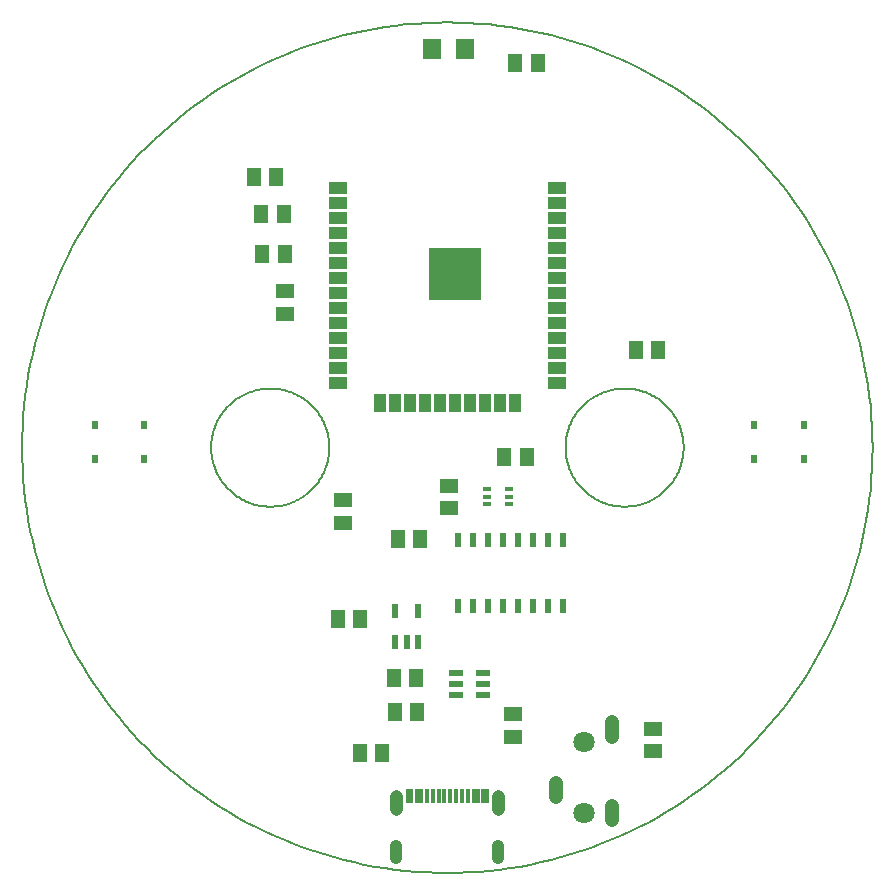
<source format=gts>
G04 EAGLE Gerber RS-274X export*
G75*
%MOMM*%
%FSLAX34Y34*%
%LPD*%
%INSolder Mask top*%
%IPPOS*%
%AMOC8*
5,1,8,0,0,1.08239X$1,22.5*%
G01*
%ADD10C,0.152400*%
%ADD11R,1.600000X1.803000*%
%ADD12R,1.300000X1.500000*%
%ADD13R,1.500000X1.300000*%
%ADD14R,0.300000X1.150000*%
%ADD15C,1.000000*%
%ADD16C,1.100000*%
%ADD17R,0.600000X1.200000*%
%ADD18C,1.200000*%
%ADD19C,1.800000*%
%ADD20R,1.500000X1.000000*%
%ADD21R,1.000000X1.500000*%
%ADD22R,4.500000X4.500000*%
%ADD23R,0.660000X0.300000*%
%ADD24R,0.550000X1.200000*%
%ADD25R,0.500000X0.700000*%
%ADD26R,1.200000X0.600000*%


D10*
X0Y360000D02*
X108Y368835D01*
X434Y377664D01*
X975Y386483D01*
X1733Y395286D01*
X2707Y404068D01*
X3896Y412823D01*
X5300Y421546D01*
X6917Y430233D01*
X8747Y438876D01*
X10789Y447473D01*
X13041Y456017D01*
X15501Y464502D01*
X18170Y472925D01*
X21044Y481280D01*
X24123Y489562D01*
X27403Y497766D01*
X30884Y505887D01*
X34564Y513920D01*
X38439Y521860D01*
X42508Y529703D01*
X46769Y537443D01*
X51218Y545077D01*
X55853Y552599D01*
X60671Y560005D01*
X65669Y567291D01*
X70845Y574452D01*
X76195Y581483D01*
X81716Y588382D01*
X87405Y595142D01*
X93258Y601761D01*
X99271Y608235D01*
X105442Y614558D01*
X111765Y620729D01*
X118239Y626742D01*
X124858Y632595D01*
X131618Y638284D01*
X138517Y643805D01*
X145548Y649155D01*
X152709Y654331D01*
X159995Y659329D01*
X167401Y664147D01*
X174923Y668782D01*
X182557Y673231D01*
X190297Y677492D01*
X198140Y681561D01*
X206080Y685436D01*
X214113Y689116D01*
X222234Y692597D01*
X230438Y695877D01*
X238720Y698956D01*
X247075Y701830D01*
X255498Y704499D01*
X263983Y706959D01*
X272527Y709211D01*
X281124Y711253D01*
X289767Y713083D01*
X298454Y714700D01*
X307177Y716104D01*
X315932Y717293D01*
X324714Y718267D01*
X333517Y719025D01*
X342336Y719566D01*
X351165Y719892D01*
X360000Y720000D01*
X368835Y719892D01*
X377664Y719566D01*
X386483Y719025D01*
X395286Y718267D01*
X404068Y717293D01*
X412823Y716104D01*
X421546Y714700D01*
X430233Y713083D01*
X438876Y711253D01*
X447473Y709211D01*
X456017Y706959D01*
X464502Y704499D01*
X472925Y701830D01*
X481280Y698956D01*
X489562Y695877D01*
X497766Y692597D01*
X505887Y689116D01*
X513920Y685436D01*
X521860Y681561D01*
X529703Y677492D01*
X537443Y673231D01*
X545077Y668782D01*
X552599Y664147D01*
X560005Y659329D01*
X567291Y654331D01*
X574452Y649155D01*
X581483Y643805D01*
X588382Y638284D01*
X595142Y632595D01*
X601761Y626742D01*
X608235Y620729D01*
X614558Y614558D01*
X620729Y608235D01*
X626742Y601761D01*
X632595Y595142D01*
X638284Y588382D01*
X643805Y581483D01*
X649155Y574452D01*
X654331Y567291D01*
X659329Y560005D01*
X664147Y552599D01*
X668782Y545077D01*
X673231Y537443D01*
X677492Y529703D01*
X681561Y521860D01*
X685436Y513920D01*
X689116Y505887D01*
X692597Y497766D01*
X695877Y489562D01*
X698956Y481280D01*
X701830Y472925D01*
X704499Y464502D01*
X706959Y456017D01*
X709211Y447473D01*
X711253Y438876D01*
X713083Y430233D01*
X714700Y421546D01*
X716104Y412823D01*
X717293Y404068D01*
X718267Y395286D01*
X719025Y386483D01*
X719566Y377664D01*
X719892Y368835D01*
X720000Y360000D01*
X719892Y351165D01*
X719566Y342336D01*
X719025Y333517D01*
X718267Y324714D01*
X717293Y315932D01*
X716104Y307177D01*
X714700Y298454D01*
X713083Y289767D01*
X711253Y281124D01*
X709211Y272527D01*
X706959Y263983D01*
X704499Y255498D01*
X701830Y247075D01*
X698956Y238720D01*
X695877Y230438D01*
X692597Y222234D01*
X689116Y214113D01*
X685436Y206080D01*
X681561Y198140D01*
X677492Y190297D01*
X673231Y182557D01*
X668782Y174923D01*
X664147Y167401D01*
X659329Y159995D01*
X654331Y152709D01*
X649155Y145548D01*
X643805Y138517D01*
X638284Y131618D01*
X632595Y124858D01*
X626742Y118239D01*
X620729Y111765D01*
X614558Y105442D01*
X608235Y99271D01*
X601761Y93258D01*
X595142Y87405D01*
X588382Y81716D01*
X581483Y76195D01*
X574452Y70845D01*
X567291Y65669D01*
X560005Y60671D01*
X552599Y55853D01*
X545077Y51218D01*
X537443Y46769D01*
X529703Y42508D01*
X521860Y38439D01*
X513920Y34564D01*
X505887Y30884D01*
X497766Y27403D01*
X489562Y24123D01*
X481280Y21044D01*
X472925Y18170D01*
X464502Y15501D01*
X456017Y13041D01*
X447473Y10789D01*
X438876Y8747D01*
X430233Y6917D01*
X421546Y5300D01*
X412823Y3896D01*
X404068Y2707D01*
X395286Y1733D01*
X386483Y975D01*
X377664Y434D01*
X368835Y108D01*
X360000Y0D01*
X351165Y108D01*
X342336Y434D01*
X333517Y975D01*
X324714Y1733D01*
X315932Y2707D01*
X307177Y3896D01*
X298454Y5300D01*
X289767Y6917D01*
X281124Y8747D01*
X272527Y10789D01*
X263983Y13041D01*
X255498Y15501D01*
X247075Y18170D01*
X238720Y21044D01*
X230438Y24123D01*
X222234Y27403D01*
X214113Y30884D01*
X206080Y34564D01*
X198140Y38439D01*
X190297Y42508D01*
X182557Y46769D01*
X174923Y51218D01*
X167401Y55853D01*
X159995Y60671D01*
X152709Y65669D01*
X145548Y70845D01*
X138517Y76195D01*
X131618Y81716D01*
X124858Y87405D01*
X118239Y93258D01*
X111765Y99271D01*
X105442Y105442D01*
X99271Y111765D01*
X93258Y118239D01*
X87405Y124858D01*
X81716Y131618D01*
X76195Y138517D01*
X70845Y145548D01*
X65669Y152709D01*
X60671Y159995D01*
X55853Y167401D01*
X51218Y174923D01*
X46769Y182557D01*
X42508Y190297D01*
X38439Y198140D01*
X34564Y206080D01*
X30884Y214113D01*
X27403Y222234D01*
X24123Y230438D01*
X21044Y238720D01*
X18170Y247075D01*
X15501Y255498D01*
X13041Y263983D01*
X10789Y272527D01*
X8747Y281124D01*
X6917Y289767D01*
X5300Y298454D01*
X3896Y307177D01*
X2707Y315932D01*
X1733Y324714D01*
X975Y333517D01*
X434Y342336D01*
X108Y351165D01*
X0Y360000D01*
X460000Y360000D02*
X460015Y361227D01*
X460060Y362453D01*
X460135Y363678D01*
X460241Y364901D01*
X460376Y366121D01*
X460541Y367337D01*
X460736Y368548D01*
X460961Y369755D01*
X461215Y370955D01*
X461498Y372149D01*
X461811Y373336D01*
X462153Y374514D01*
X462524Y375684D01*
X462923Y376844D01*
X463350Y377995D01*
X463806Y379134D01*
X464290Y380262D01*
X464801Y381378D01*
X465339Y382481D01*
X465904Y383570D01*
X466496Y384645D01*
X467114Y385705D01*
X467757Y386750D01*
X468427Y387779D01*
X469121Y388790D01*
X469840Y389785D01*
X470583Y390762D01*
X471349Y391720D01*
X472140Y392659D01*
X472952Y393578D01*
X473788Y394477D01*
X474645Y395355D01*
X475523Y396212D01*
X476422Y397048D01*
X477341Y397860D01*
X478280Y398651D01*
X479238Y399417D01*
X480215Y400160D01*
X481210Y400879D01*
X482221Y401573D01*
X483250Y402243D01*
X484295Y402886D01*
X485355Y403504D01*
X486430Y404096D01*
X487519Y404661D01*
X488622Y405199D01*
X489738Y405710D01*
X490866Y406194D01*
X492005Y406650D01*
X493156Y407077D01*
X494316Y407476D01*
X495486Y407847D01*
X496664Y408189D01*
X497851Y408502D01*
X499045Y408785D01*
X500245Y409039D01*
X501452Y409264D01*
X502663Y409459D01*
X503879Y409624D01*
X505099Y409759D01*
X506322Y409865D01*
X507547Y409940D01*
X508773Y409985D01*
X510000Y410000D01*
X511227Y409985D01*
X512453Y409940D01*
X513678Y409865D01*
X514901Y409759D01*
X516121Y409624D01*
X517337Y409459D01*
X518548Y409264D01*
X519755Y409039D01*
X520955Y408785D01*
X522149Y408502D01*
X523336Y408189D01*
X524514Y407847D01*
X525684Y407476D01*
X526844Y407077D01*
X527995Y406650D01*
X529134Y406194D01*
X530262Y405710D01*
X531378Y405199D01*
X532481Y404661D01*
X533570Y404096D01*
X534645Y403504D01*
X535705Y402886D01*
X536750Y402243D01*
X537779Y401573D01*
X538790Y400879D01*
X539785Y400160D01*
X540762Y399417D01*
X541720Y398651D01*
X542659Y397860D01*
X543578Y397048D01*
X544477Y396212D01*
X545355Y395355D01*
X546212Y394477D01*
X547048Y393578D01*
X547860Y392659D01*
X548651Y391720D01*
X549417Y390762D01*
X550160Y389785D01*
X550879Y388790D01*
X551573Y387779D01*
X552243Y386750D01*
X552886Y385705D01*
X553504Y384645D01*
X554096Y383570D01*
X554661Y382481D01*
X555199Y381378D01*
X555710Y380262D01*
X556194Y379134D01*
X556650Y377995D01*
X557077Y376844D01*
X557476Y375684D01*
X557847Y374514D01*
X558189Y373336D01*
X558502Y372149D01*
X558785Y370955D01*
X559039Y369755D01*
X559264Y368548D01*
X559459Y367337D01*
X559624Y366121D01*
X559759Y364901D01*
X559865Y363678D01*
X559940Y362453D01*
X559985Y361227D01*
X560000Y360000D01*
X559985Y358773D01*
X559940Y357547D01*
X559865Y356322D01*
X559759Y355099D01*
X559624Y353879D01*
X559459Y352663D01*
X559264Y351452D01*
X559039Y350245D01*
X558785Y349045D01*
X558502Y347851D01*
X558189Y346664D01*
X557847Y345486D01*
X557476Y344316D01*
X557077Y343156D01*
X556650Y342005D01*
X556194Y340866D01*
X555710Y339738D01*
X555199Y338622D01*
X554661Y337519D01*
X554096Y336430D01*
X553504Y335355D01*
X552886Y334295D01*
X552243Y333250D01*
X551573Y332221D01*
X550879Y331210D01*
X550160Y330215D01*
X549417Y329238D01*
X548651Y328280D01*
X547860Y327341D01*
X547048Y326422D01*
X546212Y325523D01*
X545355Y324645D01*
X544477Y323788D01*
X543578Y322952D01*
X542659Y322140D01*
X541720Y321349D01*
X540762Y320583D01*
X539785Y319840D01*
X538790Y319121D01*
X537779Y318427D01*
X536750Y317757D01*
X535705Y317114D01*
X534645Y316496D01*
X533570Y315904D01*
X532481Y315339D01*
X531378Y314801D01*
X530262Y314290D01*
X529134Y313806D01*
X527995Y313350D01*
X526844Y312923D01*
X525684Y312524D01*
X524514Y312153D01*
X523336Y311811D01*
X522149Y311498D01*
X520955Y311215D01*
X519755Y310961D01*
X518548Y310736D01*
X517337Y310541D01*
X516121Y310376D01*
X514901Y310241D01*
X513678Y310135D01*
X512453Y310060D01*
X511227Y310015D01*
X510000Y310000D01*
X508773Y310015D01*
X507547Y310060D01*
X506322Y310135D01*
X505099Y310241D01*
X503879Y310376D01*
X502663Y310541D01*
X501452Y310736D01*
X500245Y310961D01*
X499045Y311215D01*
X497851Y311498D01*
X496664Y311811D01*
X495486Y312153D01*
X494316Y312524D01*
X493156Y312923D01*
X492005Y313350D01*
X490866Y313806D01*
X489738Y314290D01*
X488622Y314801D01*
X487519Y315339D01*
X486430Y315904D01*
X485355Y316496D01*
X484295Y317114D01*
X483250Y317757D01*
X482221Y318427D01*
X481210Y319121D01*
X480215Y319840D01*
X479238Y320583D01*
X478280Y321349D01*
X477341Y322140D01*
X476422Y322952D01*
X475523Y323788D01*
X474645Y324645D01*
X473788Y325523D01*
X472952Y326422D01*
X472140Y327341D01*
X471349Y328280D01*
X470583Y329238D01*
X469840Y330215D01*
X469121Y331210D01*
X468427Y332221D01*
X467757Y333250D01*
X467114Y334295D01*
X466496Y335355D01*
X465904Y336430D01*
X465339Y337519D01*
X464801Y338622D01*
X464290Y339738D01*
X463806Y340866D01*
X463350Y342005D01*
X462923Y343156D01*
X462524Y344316D01*
X462153Y345486D01*
X461811Y346664D01*
X461498Y347851D01*
X461215Y349045D01*
X460961Y350245D01*
X460736Y351452D01*
X460541Y352663D01*
X460376Y353879D01*
X460241Y355099D01*
X460135Y356322D01*
X460060Y357547D01*
X460015Y358773D01*
X460000Y360000D01*
X160000Y360000D02*
X160015Y361227D01*
X160060Y362453D01*
X160135Y363678D01*
X160241Y364901D01*
X160376Y366121D01*
X160541Y367337D01*
X160736Y368548D01*
X160961Y369755D01*
X161215Y370955D01*
X161498Y372149D01*
X161811Y373336D01*
X162153Y374514D01*
X162524Y375684D01*
X162923Y376844D01*
X163350Y377995D01*
X163806Y379134D01*
X164290Y380262D01*
X164801Y381378D01*
X165339Y382481D01*
X165904Y383570D01*
X166496Y384645D01*
X167114Y385705D01*
X167757Y386750D01*
X168427Y387779D01*
X169121Y388790D01*
X169840Y389785D01*
X170583Y390762D01*
X171349Y391720D01*
X172140Y392659D01*
X172952Y393578D01*
X173788Y394477D01*
X174645Y395355D01*
X175523Y396212D01*
X176422Y397048D01*
X177341Y397860D01*
X178280Y398651D01*
X179238Y399417D01*
X180215Y400160D01*
X181210Y400879D01*
X182221Y401573D01*
X183250Y402243D01*
X184295Y402886D01*
X185355Y403504D01*
X186430Y404096D01*
X187519Y404661D01*
X188622Y405199D01*
X189738Y405710D01*
X190866Y406194D01*
X192005Y406650D01*
X193156Y407077D01*
X194316Y407476D01*
X195486Y407847D01*
X196664Y408189D01*
X197851Y408502D01*
X199045Y408785D01*
X200245Y409039D01*
X201452Y409264D01*
X202663Y409459D01*
X203879Y409624D01*
X205099Y409759D01*
X206322Y409865D01*
X207547Y409940D01*
X208773Y409985D01*
X210000Y410000D01*
X211227Y409985D01*
X212453Y409940D01*
X213678Y409865D01*
X214901Y409759D01*
X216121Y409624D01*
X217337Y409459D01*
X218548Y409264D01*
X219755Y409039D01*
X220955Y408785D01*
X222149Y408502D01*
X223336Y408189D01*
X224514Y407847D01*
X225684Y407476D01*
X226844Y407077D01*
X227995Y406650D01*
X229134Y406194D01*
X230262Y405710D01*
X231378Y405199D01*
X232481Y404661D01*
X233570Y404096D01*
X234645Y403504D01*
X235705Y402886D01*
X236750Y402243D01*
X237779Y401573D01*
X238790Y400879D01*
X239785Y400160D01*
X240762Y399417D01*
X241720Y398651D01*
X242659Y397860D01*
X243578Y397048D01*
X244477Y396212D01*
X245355Y395355D01*
X246212Y394477D01*
X247048Y393578D01*
X247860Y392659D01*
X248651Y391720D01*
X249417Y390762D01*
X250160Y389785D01*
X250879Y388790D01*
X251573Y387779D01*
X252243Y386750D01*
X252886Y385705D01*
X253504Y384645D01*
X254096Y383570D01*
X254661Y382481D01*
X255199Y381378D01*
X255710Y380262D01*
X256194Y379134D01*
X256650Y377995D01*
X257077Y376844D01*
X257476Y375684D01*
X257847Y374514D01*
X258189Y373336D01*
X258502Y372149D01*
X258785Y370955D01*
X259039Y369755D01*
X259264Y368548D01*
X259459Y367337D01*
X259624Y366121D01*
X259759Y364901D01*
X259865Y363678D01*
X259940Y362453D01*
X259985Y361227D01*
X260000Y360000D01*
X259985Y358773D01*
X259940Y357547D01*
X259865Y356322D01*
X259759Y355099D01*
X259624Y353879D01*
X259459Y352663D01*
X259264Y351452D01*
X259039Y350245D01*
X258785Y349045D01*
X258502Y347851D01*
X258189Y346664D01*
X257847Y345486D01*
X257476Y344316D01*
X257077Y343156D01*
X256650Y342005D01*
X256194Y340866D01*
X255710Y339738D01*
X255199Y338622D01*
X254661Y337519D01*
X254096Y336430D01*
X253504Y335355D01*
X252886Y334295D01*
X252243Y333250D01*
X251573Y332221D01*
X250879Y331210D01*
X250160Y330215D01*
X249417Y329238D01*
X248651Y328280D01*
X247860Y327341D01*
X247048Y326422D01*
X246212Y325523D01*
X245355Y324645D01*
X244477Y323788D01*
X243578Y322952D01*
X242659Y322140D01*
X241720Y321349D01*
X240762Y320583D01*
X239785Y319840D01*
X238790Y319121D01*
X237779Y318427D01*
X236750Y317757D01*
X235705Y317114D01*
X234645Y316496D01*
X233570Y315904D01*
X232481Y315339D01*
X231378Y314801D01*
X230262Y314290D01*
X229134Y313806D01*
X227995Y313350D01*
X226844Y312923D01*
X225684Y312524D01*
X224514Y312153D01*
X223336Y311811D01*
X222149Y311498D01*
X220955Y311215D01*
X219755Y310961D01*
X218548Y310736D01*
X217337Y310541D01*
X216121Y310376D01*
X214901Y310241D01*
X213678Y310135D01*
X212453Y310060D01*
X211227Y310015D01*
X210000Y310000D01*
X208773Y310015D01*
X207547Y310060D01*
X206322Y310135D01*
X205099Y310241D01*
X203879Y310376D01*
X202663Y310541D01*
X201452Y310736D01*
X200245Y310961D01*
X199045Y311215D01*
X197851Y311498D01*
X196664Y311811D01*
X195486Y312153D01*
X194316Y312524D01*
X193156Y312923D01*
X192005Y313350D01*
X190866Y313806D01*
X189738Y314290D01*
X188622Y314801D01*
X187519Y315339D01*
X186430Y315904D01*
X185355Y316496D01*
X184295Y317114D01*
X183250Y317757D01*
X182221Y318427D01*
X181210Y319121D01*
X180215Y319840D01*
X179238Y320583D01*
X178280Y321349D01*
X177341Y322140D01*
X176422Y322952D01*
X175523Y323788D01*
X174645Y324645D01*
X173788Y325523D01*
X172952Y326422D01*
X172140Y327341D01*
X171349Y328280D01*
X170583Y329238D01*
X169840Y330215D01*
X169121Y331210D01*
X168427Y332221D01*
X167757Y333250D01*
X167114Y334295D01*
X166496Y335355D01*
X165904Y336430D01*
X165339Y337519D01*
X164801Y338622D01*
X164290Y339738D01*
X163806Y340866D01*
X163350Y342005D01*
X162923Y343156D01*
X162524Y344316D01*
X162153Y345486D01*
X161811Y346664D01*
X161498Y347851D01*
X161215Y349045D01*
X160961Y350245D01*
X160736Y351452D01*
X160541Y352663D01*
X160376Y353879D01*
X160241Y355099D01*
X160135Y356322D01*
X160060Y357547D01*
X160015Y358773D01*
X160000Y360000D01*
D11*
X375310Y697810D03*
X346870Y697810D03*
D12*
X417520Y685520D03*
X436520Y685520D03*
X333728Y164802D03*
X314728Y164802D03*
X286058Y214586D03*
X267058Y214586D03*
D13*
X271206Y315248D03*
X271206Y296248D03*
D14*
X352500Y64750D03*
X362500Y64750D03*
X347500Y64750D03*
X342500Y64750D03*
X337500Y64750D03*
X334500Y64750D03*
X329500Y64750D03*
X326500Y64750D03*
X357500Y64750D03*
X367500Y64750D03*
X372500Y64750D03*
X377500Y64750D03*
X382500Y64750D03*
X385500Y64750D03*
X390500Y64750D03*
X393500Y64750D03*
D15*
X316820Y22930D02*
X316820Y12930D01*
X403180Y12930D02*
X403180Y22930D01*
D16*
X316820Y54340D02*
X316820Y65340D01*
X403180Y65340D02*
X403180Y54340D01*
D12*
X203150Y523640D03*
X222150Y523640D03*
D17*
X368990Y225540D03*
X381690Y225540D03*
X394390Y225540D03*
X407090Y225540D03*
X419790Y225540D03*
X432490Y225540D03*
X445190Y225540D03*
X457890Y225540D03*
X457890Y281540D03*
X445190Y281540D03*
X432490Y281540D03*
X419790Y281540D03*
X407090Y281540D03*
X394390Y281540D03*
X381690Y281540D03*
X368990Y281540D03*
D13*
X222210Y492180D03*
X222210Y473180D03*
D12*
X285902Y101346D03*
X304902Y101346D03*
D13*
X415134Y134390D03*
X415134Y115390D03*
D18*
X499580Y56660D02*
X499580Y44660D01*
X451610Y64330D02*
X451610Y76330D01*
X499610Y115270D02*
X499610Y127270D01*
D19*
X475585Y50510D03*
X475585Y110700D03*
D13*
X534200Y121730D03*
X534200Y102730D03*
D12*
X334520Y135770D03*
X315520Y135770D03*
D20*
X267500Y541900D03*
X267500Y529200D03*
X267500Y516500D03*
X267500Y503800D03*
X267500Y491100D03*
X267500Y478400D03*
X267500Y465700D03*
X267500Y453000D03*
D21*
X417300Y397500D03*
D20*
X452500Y414900D03*
X452500Y427600D03*
X452500Y440300D03*
X452500Y453000D03*
X452500Y465700D03*
X452500Y478400D03*
X452500Y491100D03*
D21*
X328400Y397500D03*
D20*
X267500Y440300D03*
X267500Y427600D03*
X267500Y414900D03*
D21*
X303000Y397500D03*
X315700Y397500D03*
D20*
X267500Y554600D03*
X267500Y567300D03*
X267500Y580000D03*
D21*
X341100Y397500D03*
X353800Y397500D03*
X366500Y397500D03*
X404600Y397500D03*
X391900Y397500D03*
X379200Y397500D03*
D20*
X452500Y503800D03*
X452500Y516500D03*
X452500Y529200D03*
X452500Y541900D03*
X452500Y554600D03*
X452500Y567300D03*
X452500Y580000D03*
D22*
X366800Y506700D03*
D23*
X393590Y325060D03*
X411990Y318560D03*
X411990Y312060D03*
X411990Y325060D03*
X393590Y318560D03*
X393590Y312060D03*
D13*
X361360Y308890D03*
X361360Y327890D03*
D12*
X408204Y352230D03*
X427204Y352230D03*
X336880Y282450D03*
X317880Y282450D03*
X215250Y589000D03*
X196250Y589000D03*
X221590Y557530D03*
X202590Y557530D03*
D24*
X316034Y195345D03*
X325534Y195345D03*
X335034Y195345D03*
X335034Y221347D03*
X316034Y221347D03*
D25*
X61470Y379520D03*
X103470Y379520D03*
X103470Y350520D03*
X61470Y350520D03*
X619630Y379520D03*
X661630Y379520D03*
X661630Y350520D03*
X619630Y350520D03*
D12*
X519340Y442332D03*
X538340Y442332D03*
D26*
X390000Y169500D03*
X390000Y160000D03*
X390000Y150500D03*
X367000Y169500D03*
X367000Y160000D03*
X367000Y150500D03*
M02*

</source>
